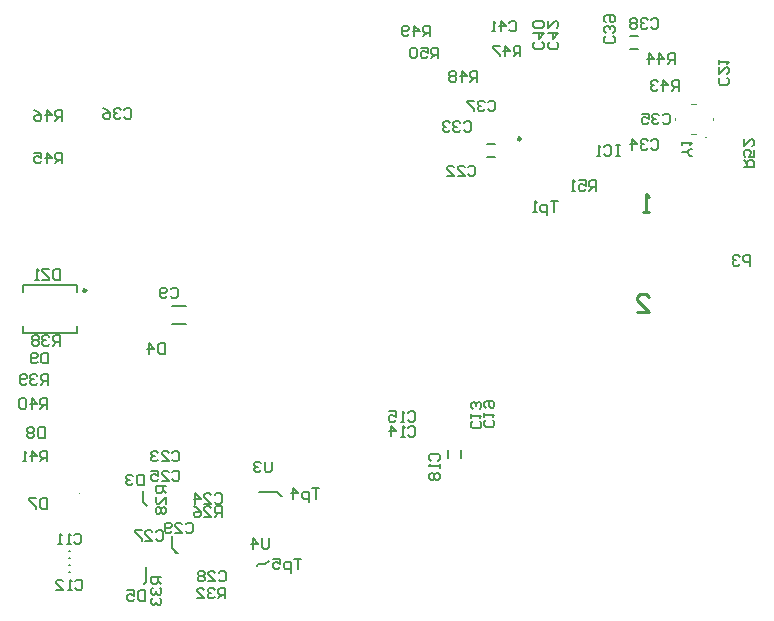
<source format=gbo>
G04*
G04 #@! TF.GenerationSoftware,Altium Limited,Altium Designer,19.0.4 (130)*
G04*
G04 Layer_Color=32896*
%FSLAX25Y25*%
%MOIN*%
G70*
G01*
G75*
%ADD10C,0.00984*%
%ADD12C,0.00394*%
%ADD13C,0.00787*%
%ADD15C,0.01000*%
%ADD16C,0.00700*%
%ADD80C,0.00591*%
%ADD114C,0.00701*%
D10*
X217028Y190551D02*
G03*
X217028Y190551I-492J0D01*
G01*
X72146Y140059D02*
G03*
X72146Y140059I-492J0D01*
G01*
D12*
X278582Y190945D02*
G03*
X278976Y190945I197J0D01*
G01*
D02*
G03*
X278582Y190945I-197J0D01*
G01*
X69497Y119575D02*
G03*
X69497Y119575I-197J0D01*
G01*
Y95953D02*
G03*
X69497Y95953I-197J0D01*
G01*
X69969Y72331D02*
G03*
X69969Y72331I-197J0D01*
G01*
X268346Y196850D02*
Y197638D01*
X273857Y192323D02*
X275432D01*
X273857Y202165D02*
X275432D01*
X280944Y196850D02*
Y197638D01*
D13*
X205709Y184449D02*
X208465D01*
X205709Y188779D02*
X208465D01*
X253297Y224803D02*
X256052D01*
X253297Y220472D02*
X256052D01*
X91535Y42323D02*
X92126Y42913D01*
Y48031D01*
X90945Y69685D02*
X92520Y68110D01*
X90945Y69685D02*
Y73228D01*
X100689Y129035D02*
X105413D01*
X100689Y134744D02*
X105413D01*
X50984Y125984D02*
Y128248D01*
X69095Y125984D02*
Y128248D01*
X50984Y139469D02*
Y141732D01*
X69095Y139469D02*
Y141732D01*
X50984Y125984D02*
X69095D01*
X50984Y141732D02*
X69095D01*
X66535Y50984D02*
X66929D01*
X66535Y53347D02*
X66929D01*
X66535Y46063D02*
X66929D01*
X66535Y48425D02*
X66929D01*
X197244Y84252D02*
Y87008D01*
X192913Y84252D02*
Y87008D01*
D15*
X255844Y132874D02*
X259842D01*
X255844Y136873D01*
Y137872D01*
X256843Y138872D01*
X258843D01*
X259842Y137872D01*
Y166339D02*
X257843D01*
X258843D01*
Y172337D01*
X259842Y171337D01*
D16*
X293465Y148348D02*
Y151847D01*
X291715D01*
X291132Y151264D01*
Y150098D01*
X291715Y149515D01*
X293465D01*
X289966Y151264D02*
X289383Y151847D01*
X288216D01*
X287633Y151264D01*
Y150681D01*
X288216Y150098D01*
X288799D01*
X288216D01*
X287633Y149515D01*
Y148931D01*
X288216Y148348D01*
X289383D01*
X289966Y148931D01*
X133071Y57436D02*
Y54520D01*
X132488Y53937D01*
X131321D01*
X130738Y54520D01*
Y57436D01*
X127823Y53937D02*
Y57436D01*
X129572Y55686D01*
X127239D01*
X133995Y83026D02*
Y80111D01*
X133412Y79528D01*
X132246D01*
X131662Y80111D01*
Y83026D01*
X130496Y82443D02*
X129913Y83026D01*
X128747D01*
X128164Y82443D01*
Y81860D01*
X128747Y81277D01*
X129330D01*
X128747D01*
X128164Y80694D01*
Y80111D01*
X128747Y79528D01*
X129913D01*
X130496Y80111D01*
X59252Y83071D02*
Y86570D01*
X57503D01*
X56919Y85987D01*
Y84820D01*
X57503Y84237D01*
X59252D01*
X58086D02*
X56919Y83071D01*
X54004D02*
Y86570D01*
X55753Y84820D01*
X53421D01*
X52254Y83071D02*
X51088D01*
X51671D01*
Y86570D01*
X52254Y85987D01*
X59252Y100591D02*
Y104089D01*
X57503D01*
X56919Y103506D01*
Y102340D01*
X57503Y101757D01*
X59252D01*
X58086D02*
X56919Y100591D01*
X54004D02*
Y104089D01*
X55753Y102340D01*
X53421D01*
X52254Y103506D02*
X51671Y104089D01*
X50505D01*
X49922Y103506D01*
Y101174D01*
X50505Y100591D01*
X51671D01*
X52254Y101174D01*
Y103506D01*
X59351Y108661D02*
Y112160D01*
X57601D01*
X57018Y111577D01*
Y110411D01*
X57601Y109828D01*
X59351D01*
X58184D02*
X57018Y108661D01*
X55852Y111577D02*
X55268Y112160D01*
X54102D01*
X53519Y111577D01*
Y110994D01*
X54102Y110411D01*
X54685D01*
X54102D01*
X53519Y109828D01*
Y109245D01*
X54102Y108661D01*
X55268D01*
X55852Y109245D01*
X52353D02*
X51770Y108661D01*
X50603D01*
X50020Y109245D01*
Y111577D01*
X50603Y112160D01*
X51770D01*
X52353Y111577D01*
Y110994D01*
X51770Y110411D01*
X50020D01*
X63386Y121700D02*
Y125199D01*
X61636D01*
X61053Y124616D01*
Y123449D01*
X61636Y122866D01*
X63386D01*
X62220D02*
X61053Y121700D01*
X59887Y124616D02*
X59304Y125199D01*
X58138D01*
X57554Y124616D01*
Y124033D01*
X58138Y123449D01*
X58721D01*
X58138D01*
X57554Y122866D01*
Y122283D01*
X58138Y121700D01*
X59304D01*
X59887Y122283D01*
X56388Y124616D02*
X55805Y125199D01*
X54639D01*
X54056Y124616D01*
Y124033D01*
X54639Y123449D01*
X54056Y122866D01*
Y122283D01*
X54639Y121700D01*
X55805D01*
X56388Y122283D01*
Y122866D01*
X55805Y123449D01*
X56388Y124033D01*
Y124616D01*
X55805Y123449D02*
X54639D01*
X143800Y50699D02*
X141467D01*
X142634D01*
Y47200D01*
X140301Y46034D02*
Y49533D01*
X138552D01*
X137969Y48949D01*
Y47783D01*
X138552Y47200D01*
X140301D01*
X134470Y50699D02*
X136802D01*
Y48949D01*
X135636Y49533D01*
X135053D01*
X134470Y48949D01*
Y47783D01*
X135053Y47200D01*
X136219D01*
X136802Y47783D01*
X149900Y74199D02*
X147567D01*
X148734D01*
Y70700D01*
X146401Y69534D02*
Y73033D01*
X144652D01*
X144069Y72449D01*
Y71283D01*
X144652Y70700D01*
X146401D01*
X141153D02*
Y74199D01*
X142902Y72449D01*
X140570D01*
X97244Y44488D02*
X93745D01*
Y42739D01*
X94328Y42156D01*
X95495D01*
X96078Y42739D01*
Y44488D01*
Y43322D02*
X97244Y42156D01*
X94328Y40989D02*
X93745Y40406D01*
Y39240D01*
X94328Y38657D01*
X94911D01*
X95495Y39240D01*
Y39823D01*
Y39240D01*
X96078Y38657D01*
X96661D01*
X97244Y39240D01*
Y40406D01*
X96661Y40989D01*
X94328Y37490D02*
X93745Y36907D01*
Y35741D01*
X94328Y35158D01*
X94911D01*
X95495Y35741D01*
Y36324D01*
Y35741D01*
X96078Y35158D01*
X96661D01*
X97244Y35741D01*
Y36907D01*
X96661Y37490D01*
X118504Y37402D02*
Y40900D01*
X116754D01*
X116171Y40317D01*
Y39151D01*
X116754Y38568D01*
X118504D01*
X117338D02*
X116171Y37402D01*
X115005Y40317D02*
X114422Y40900D01*
X113256D01*
X112672Y40317D01*
Y39734D01*
X113256Y39151D01*
X113839D01*
X113256D01*
X112672Y38568D01*
Y37985D01*
X113256Y37402D01*
X114422D01*
X115005Y37985D01*
X109174Y37402D02*
X111506D01*
X109174Y39734D01*
Y40317D01*
X109757Y40900D01*
X110923D01*
X111506Y40317D01*
X98819Y74803D02*
X95320D01*
Y73054D01*
X95903Y72471D01*
X97070D01*
X97653Y73054D01*
Y74803D01*
Y73637D02*
X98819Y72471D01*
Y68972D02*
Y71304D01*
X96486Y68972D01*
X95903D01*
X95320Y69555D01*
Y70721D01*
X95903Y71304D01*
Y67805D02*
X95320Y67222D01*
Y66056D01*
X95903Y65473D01*
X96486D01*
X97070Y66056D01*
X97653Y65473D01*
X98236D01*
X98819Y66056D01*
Y67222D01*
X98236Y67805D01*
X97653D01*
X97070Y67222D01*
X96486Y67805D01*
X95903D01*
X97070Y67222D02*
Y66056D01*
X117323Y64567D02*
Y68066D01*
X115573D01*
X114990Y67483D01*
Y66316D01*
X115573Y65733D01*
X117323D01*
X116156D02*
X114990Y64567D01*
X111491D02*
X113824D01*
X111491Y66900D01*
Y67483D01*
X112074Y68066D01*
X113241D01*
X113824Y67483D01*
X107992Y68066D02*
X109159Y67483D01*
X110325Y66316D01*
Y65150D01*
X109742Y64567D01*
X108576D01*
X107992Y65150D01*
Y65733D01*
X108576Y66316D01*
X110325D01*
X63386Y147200D02*
Y143701D01*
X61636D01*
X61053Y144284D01*
Y146616D01*
X61636Y147200D01*
X63386D01*
X59887D02*
X57554D01*
Y146616D01*
X59887Y144284D01*
Y143701D01*
X57554D01*
X56388D02*
X55222D01*
X55805D01*
Y147200D01*
X56388Y146616D01*
X59449Y119247D02*
Y115748D01*
X57699D01*
X57116Y116331D01*
Y118664D01*
X57699Y119247D01*
X59449D01*
X55950Y116331D02*
X55367Y115748D01*
X54201D01*
X53617Y116331D01*
Y118664D01*
X54201Y119247D01*
X55367D01*
X55950Y118664D01*
Y118081D01*
X55367Y117498D01*
X53617D01*
X58268Y94444D02*
Y90945D01*
X56518D01*
X55935Y91528D01*
Y93861D01*
X56518Y94444D01*
X58268D01*
X54769Y93861D02*
X54186Y94444D01*
X53019D01*
X52436Y93861D01*
Y93278D01*
X53019Y92694D01*
X52436Y92111D01*
Y91528D01*
X53019Y90945D01*
X54186D01*
X54769Y91528D01*
Y92111D01*
X54186Y92694D01*
X54769Y93278D01*
Y93861D01*
X54186Y92694D02*
X53019D01*
X59055Y70822D02*
Y67323D01*
X57306D01*
X56722Y67906D01*
Y70239D01*
X57306Y70822D01*
X59055D01*
X55556D02*
X53224D01*
Y70239D01*
X55556Y67906D01*
Y67323D01*
X91732Y40113D02*
Y36614D01*
X89983D01*
X89400Y37197D01*
Y39530D01*
X89983Y40113D01*
X91732D01*
X85901D02*
X88233D01*
Y38364D01*
X87067Y38947D01*
X86484D01*
X85901Y38364D01*
Y37197D01*
X86484Y36614D01*
X87650D01*
X88233Y37197D01*
X98400Y122399D02*
Y118900D01*
X96651D01*
X96067Y119483D01*
Y121816D01*
X96651Y122399D01*
X98400D01*
X93152Y118900D02*
Y122399D01*
X94901Y120649D01*
X92569D01*
X91339Y78696D02*
Y75197D01*
X89589D01*
X89006Y75780D01*
Y78113D01*
X89589Y78696D01*
X91339D01*
X87840Y78113D02*
X87257Y78696D01*
X86090D01*
X85507Y78113D01*
Y77529D01*
X86090Y76946D01*
X86673D01*
X86090D01*
X85507Y76363D01*
Y75780D01*
X86090Y75197D01*
X87257D01*
X87840Y75780D01*
X105267Y62116D02*
X105851Y62699D01*
X107017D01*
X107600Y62116D01*
Y59783D01*
X107017Y59200D01*
X105851D01*
X105267Y59783D01*
X101769Y59200D02*
X104101D01*
X101769Y61533D01*
Y62116D01*
X102352Y62699D01*
X103518D01*
X104101Y62116D01*
X100602Y59783D02*
X100019Y59200D01*
X98853D01*
X98270Y59783D01*
Y62116D01*
X98853Y62699D01*
X100019D01*
X100602Y62116D01*
Y61533D01*
X100019Y60949D01*
X98270D01*
X116267Y46026D02*
X116851Y46609D01*
X118017D01*
X118600Y46026D01*
Y43693D01*
X118017Y43110D01*
X116851D01*
X116267Y43693D01*
X112769Y43110D02*
X115101D01*
X112769Y45443D01*
Y46026D01*
X113352Y46609D01*
X114518D01*
X115101Y46026D01*
X111602D02*
X111019Y46609D01*
X109853D01*
X109270Y46026D01*
Y45443D01*
X109853Y44860D01*
X109270Y44276D01*
Y43693D01*
X109853Y43110D01*
X111019D01*
X111602Y43693D01*
Y44276D01*
X111019Y44860D01*
X111602Y45443D01*
Y46026D01*
X111019Y44860D02*
X109853D01*
X95367Y59616D02*
X95951Y60199D01*
X97117D01*
X97700Y59616D01*
Y57283D01*
X97117Y56700D01*
X95951D01*
X95367Y57283D01*
X91869Y56700D02*
X94201D01*
X91869Y59033D01*
Y59616D01*
X92452Y60199D01*
X93618D01*
X94201Y59616D01*
X90702Y60199D02*
X88370D01*
Y59616D01*
X90702Y57283D01*
Y56700D01*
X100867Y79416D02*
X101451Y79999D01*
X102617D01*
X103200Y79416D01*
Y77083D01*
X102617Y76500D01*
X101451D01*
X100867Y77083D01*
X97369Y76500D02*
X99701D01*
X97369Y78833D01*
Y79416D01*
X97952Y79999D01*
X99118D01*
X99701Y79416D01*
X93870Y79999D02*
X96202D01*
Y78249D01*
X95036Y78833D01*
X94453D01*
X93870Y78249D01*
Y77083D01*
X94453Y76500D01*
X95619D01*
X96202Y77083D01*
X114990Y71813D02*
X115573Y72396D01*
X116740D01*
X117323Y71813D01*
Y69481D01*
X116740Y68898D01*
X115573D01*
X114990Y69481D01*
X111491Y68898D02*
X113824D01*
X111491Y71230D01*
Y71813D01*
X112074Y72396D01*
X113241D01*
X113824Y71813D01*
X108576Y68898D02*
Y72396D01*
X110325Y70647D01*
X107992D01*
X100767Y85987D02*
X101351Y86570D01*
X102517D01*
X103100Y85987D01*
Y83654D01*
X102517Y83071D01*
X101351D01*
X100767Y83654D01*
X97269Y83071D02*
X99601D01*
X97269Y85403D01*
Y85987D01*
X97852Y86570D01*
X99018D01*
X99601Y85987D01*
X96102D02*
X95519Y86570D01*
X94353D01*
X93770Y85987D01*
Y85403D01*
X94353Y84820D01*
X94936D01*
X94353D01*
X93770Y84237D01*
Y83654D01*
X94353Y83071D01*
X95519D01*
X96102Y83654D01*
X207640Y96821D02*
X208223Y96238D01*
Y95071D01*
X207640Y94488D01*
X205308D01*
X204724Y95071D01*
Y96238D01*
X205308Y96821D01*
X204724Y97987D02*
Y99153D01*
Y98570D01*
X208223D01*
X207640Y97987D01*
X205308Y100903D02*
X204724Y101486D01*
Y102652D01*
X205308Y103235D01*
X207640D01*
X208223Y102652D01*
Y101486D01*
X207640Y100903D01*
X207057D01*
X206474Y101486D01*
Y103235D01*
X187045Y83297D02*
X186462Y83881D01*
Y85047D01*
X187045Y85630D01*
X189377D01*
X189961Y85047D01*
Y83881D01*
X189377Y83297D01*
X189961Y82131D02*
Y80965D01*
Y81548D01*
X186462D01*
X187045Y82131D01*
Y79215D02*
X186462Y78632D01*
Y77466D01*
X187045Y76883D01*
X187628D01*
X188211Y77466D01*
X188794Y76883D01*
X189377D01*
X189961Y77466D01*
Y78632D01*
X189377Y79215D01*
X188794D01*
X188211Y78632D01*
X187628Y79215D01*
X187045D01*
X188211Y78632D02*
Y77466D01*
X179367Y99176D02*
X179951Y99759D01*
X181117D01*
X181700Y99176D01*
Y96843D01*
X181117Y96260D01*
X179951D01*
X179367Y96843D01*
X178201Y96260D02*
X177035D01*
X177618D01*
Y99759D01*
X178201Y99176D01*
X172953Y99759D02*
X175285D01*
Y98009D01*
X174119Y98592D01*
X173536D01*
X172953Y98009D01*
Y96843D01*
X173536Y96260D01*
X174702D01*
X175285Y96843D01*
X179499Y94240D02*
X180088Y94817D01*
X181254Y94805D01*
X181831Y94216D01*
X181806Y91883D01*
X181217Y91306D01*
X180051Y91319D01*
X179474Y91908D01*
X178301Y91337D02*
X177135Y91350D01*
X177718Y91343D01*
X177755Y94842D01*
X178332Y94253D01*
X173636Y91387D02*
X173674Y94885D01*
X175404Y93117D01*
X173072Y93142D01*
X203321Y96427D02*
X203904Y95844D01*
Y94678D01*
X203321Y94095D01*
X200989D01*
X200405Y94678D01*
Y95844D01*
X200989Y96427D01*
X200405Y97593D02*
Y98760D01*
Y98176D01*
X203904D01*
X203321Y97593D01*
Y100509D02*
X203904Y101092D01*
Y102259D01*
X203321Y102842D01*
X202738D01*
X202155Y102259D01*
Y101675D01*
Y102259D01*
X201572Y102842D01*
X200989D01*
X200405Y102259D01*
Y101092D01*
X200989Y100509D01*
X68534Y43073D02*
X69117Y43656D01*
X70283D01*
X70866Y43073D01*
Y40741D01*
X70283Y40157D01*
X69117D01*
X68534Y40741D01*
X67367Y40157D02*
X66201D01*
X66784D01*
Y43656D01*
X67367Y43073D01*
X62119Y40157D02*
X64451D01*
X62119Y42490D01*
Y43073D01*
X62702Y43656D01*
X63868D01*
X64451Y43073D01*
X68140Y58428D02*
X68723Y59011D01*
X69889D01*
X70472Y58428D01*
Y56095D01*
X69889Y55512D01*
X68723D01*
X68140Y56095D01*
X66974Y55512D02*
X65807D01*
X66390D01*
Y59011D01*
X66974Y58428D01*
X64058Y55512D02*
X62892D01*
X63475D01*
Y59011D01*
X64058Y58428D01*
X100325Y140416D02*
X100908Y140999D01*
X102074D01*
X102657Y140416D01*
Y138083D01*
X102074Y137500D01*
X100908D01*
X100325Y138083D01*
X99159D02*
X98576Y137500D01*
X97409D01*
X96826Y138083D01*
Y140416D01*
X97409Y140999D01*
X98576D01*
X99159Y140416D01*
Y139833D01*
X98576Y139249D01*
X96826D01*
D80*
X100689Y54111D02*
X102200Y52600D01*
X102600D01*
X102000D02*
X102600D01*
X100689Y54111D02*
Y58100D01*
Y54111D02*
X102000Y52800D01*
Y52600D02*
Y52800D01*
X132978Y49813D02*
X133071D01*
X131928Y48763D02*
X132978Y49813D01*
X129134Y48313D02*
X129584Y48763D01*
X131928D01*
X137008Y71653D02*
X137402D01*
X135827Y72835D02*
X137008Y71653D01*
X129921Y72835D02*
X135827D01*
D114*
X291339Y181102D02*
X294837D01*
Y182852D01*
X294254Y183435D01*
X293088D01*
X292505Y182852D01*
Y181102D01*
Y182269D02*
X291339Y183435D01*
X294837Y186934D02*
Y184601D01*
X293088D01*
X293671Y185767D01*
Y186351D01*
X293088Y186934D01*
X291922D01*
X291339Y186351D01*
Y185184D01*
X291922Y184601D01*
X291339Y190433D02*
Y188100D01*
X293671Y190433D01*
X294254D01*
X294837Y189849D01*
Y188683D01*
X294254Y188100D01*
X274168Y185039D02*
X273585D01*
X272419Y186206D01*
X273585Y187372D01*
X274168D01*
X272419Y186206D02*
X270669D01*
Y188538D02*
Y189705D01*
Y189121D01*
X274168D01*
X273585Y188538D01*
X229331Y169837D02*
X226998D01*
X228164D01*
Y166339D01*
X225832Y165172D02*
Y168671D01*
X224082D01*
X223499Y168088D01*
Y166922D01*
X224082Y166339D01*
X225832D01*
X222333D02*
X221167D01*
X221750D01*
Y169837D01*
X222333Y169254D01*
X242126Y173228D02*
Y176727D01*
X240376D01*
X239793Y176144D01*
Y174978D01*
X240376Y174395D01*
X242126D01*
X240960D02*
X239793Y173228D01*
X236295Y176727D02*
X238627D01*
Y174978D01*
X237461Y175561D01*
X236878D01*
X236295Y174978D01*
Y173811D01*
X236878Y173228D01*
X238044D01*
X238627Y173811D01*
X235128Y173228D02*
X233962D01*
X234545D01*
Y176727D01*
X235128Y176144D01*
X189469Y217520D02*
Y221019D01*
X187719D01*
X187136Y220435D01*
Y219269D01*
X187719Y218686D01*
X189469D01*
X188302D02*
X187136Y217520D01*
X183637Y221019D02*
X185970D01*
Y219269D01*
X184803Y219852D01*
X184220D01*
X183637Y219269D01*
Y218103D01*
X184220Y217520D01*
X185387D01*
X185970Y218103D01*
X182471Y220435D02*
X181888Y221019D01*
X180721D01*
X180138Y220435D01*
Y218103D01*
X180721Y217520D01*
X181888D01*
X182471Y218103D01*
Y220435D01*
X186811Y224803D02*
Y228302D01*
X185062D01*
X184478Y227719D01*
Y226553D01*
X185062Y225969D01*
X186811D01*
X185645D02*
X184478Y224803D01*
X181563D02*
Y228302D01*
X183312Y226553D01*
X180980D01*
X179813Y225386D02*
X179230Y224803D01*
X178064D01*
X177481Y225386D01*
Y227719D01*
X178064Y228302D01*
X179230D01*
X179813Y227719D01*
Y227136D01*
X179230Y226553D01*
X177481D01*
X202569Y209646D02*
Y213144D01*
X200819D01*
X200236Y212561D01*
Y211395D01*
X200819Y210812D01*
X202569D01*
X201403D02*
X200236Y209646D01*
X197321D02*
Y213144D01*
X199070Y211395D01*
X196738D01*
X195571Y212561D02*
X194988Y213144D01*
X193822D01*
X193239Y212561D01*
Y211978D01*
X193822Y211395D01*
X193239Y210812D01*
Y210229D01*
X193822Y209646D01*
X194988D01*
X195571Y210229D01*
Y210812D01*
X194988Y211395D01*
X195571Y211978D01*
Y212561D01*
X194988Y211395D02*
X193822D01*
X216929Y218110D02*
Y221609D01*
X215180D01*
X214597Y221026D01*
Y219860D01*
X215180Y219276D01*
X216929D01*
X215763D02*
X214597Y218110D01*
X211681D02*
Y221609D01*
X213430Y219860D01*
X211098D01*
X209931Y221609D02*
X207599D01*
Y221026D01*
X209931Y218693D01*
Y218110D01*
X64200Y196700D02*
Y200199D01*
X62451D01*
X61867Y199616D01*
Y198449D01*
X62451Y197866D01*
X64200D01*
X63034D02*
X61867Y196700D01*
X58952D02*
Y200199D01*
X60701Y198449D01*
X58369D01*
X54870Y200199D02*
X56036Y199616D01*
X57202Y198449D01*
Y197283D01*
X56619Y196700D01*
X55453D01*
X54870Y197283D01*
Y197866D01*
X55453Y198449D01*
X57202D01*
X64200Y182500D02*
Y185999D01*
X62451D01*
X61867Y185416D01*
Y184249D01*
X62451Y183666D01*
X64200D01*
X63034D02*
X61867Y182500D01*
X58952D02*
Y185999D01*
X60701Y184249D01*
X58369D01*
X54870Y185999D02*
X57202D01*
Y184249D01*
X56036Y184833D01*
X55453D01*
X54870Y184249D01*
Y183083D01*
X55453Y182500D01*
X56619D01*
X57202Y183083D01*
X268346Y215551D02*
Y219050D01*
X266596D01*
X266013Y218467D01*
Y217301D01*
X266596Y216718D01*
X268346D01*
X267179D02*
X266013Y215551D01*
X263097D02*
Y219050D01*
X264847Y217301D01*
X262514D01*
X259598Y215551D02*
Y219050D01*
X261348Y217301D01*
X259015D01*
X269685Y206693D02*
Y210192D01*
X267936D01*
X267353Y209609D01*
Y208442D01*
X267936Y207859D01*
X269685D01*
X268519D02*
X267353Y206693D01*
X264437D02*
Y210192D01*
X266186Y208442D01*
X263854D01*
X262687Y209609D02*
X262104Y210192D01*
X260938D01*
X260355Y209609D01*
Y209026D01*
X260938Y208442D01*
X261521D01*
X260938D01*
X260355Y207859D01*
Y207276D01*
X260938Y206693D01*
X262104D01*
X262687Y207276D01*
X250000Y188538D02*
X248834D01*
X249417D01*
Y185039D01*
X250000D01*
X248834D01*
X244752Y187955D02*
X245335Y188538D01*
X246501D01*
X247084Y187955D01*
Y185623D01*
X246501Y185039D01*
X245335D01*
X244752Y185623D01*
X243585Y185039D02*
X242419D01*
X243002D01*
Y188538D01*
X243585Y187955D01*
X229009Y222805D02*
X229593Y222222D01*
Y221056D01*
X229009Y220472D01*
X226677D01*
X226094Y221056D01*
Y222222D01*
X226677Y222805D01*
X226094Y225721D02*
X229593D01*
X227843Y223971D01*
Y226304D01*
X226094Y229803D02*
Y227470D01*
X228426Y229803D01*
X229009D01*
X229593Y229220D01*
Y228053D01*
X229009Y227470D01*
X213219Y229294D02*
X213802Y229877D01*
X214968D01*
X215551Y229294D01*
Y226961D01*
X214968Y226378D01*
X213802D01*
X213219Y226961D01*
X210303Y226378D02*
Y229877D01*
X212052Y228127D01*
X209720D01*
X208553Y226378D02*
X207387D01*
X207970D01*
Y229877D01*
X208553Y229294D01*
X224176Y222805D02*
X224759Y222222D01*
Y221056D01*
X224176Y220472D01*
X221843D01*
X221260Y221056D01*
Y222222D01*
X221843Y222805D01*
X221260Y225721D02*
X224759D01*
X223010Y223971D01*
Y226304D01*
X224176Y227470D02*
X224759Y228053D01*
Y229220D01*
X224176Y229803D01*
X221843D01*
X221260Y229220D01*
Y228053D01*
X221843Y227470D01*
X224176D01*
X247797Y224774D02*
X248380Y224190D01*
Y223024D01*
X247797Y222441D01*
X245464D01*
X244881Y223024D01*
Y224190D01*
X245464Y224774D01*
X247797Y225940D02*
X248380Y226523D01*
Y227689D01*
X247797Y228272D01*
X247214D01*
X246631Y227689D01*
Y227106D01*
Y227689D01*
X246048Y228272D01*
X245464D01*
X244881Y227689D01*
Y226523D01*
X245464Y225940D01*
Y229439D02*
X244881Y230022D01*
Y231188D01*
X245464Y231771D01*
X247797D01*
X248380Y231188D01*
Y230022D01*
X247797Y229439D01*
X247214D01*
X246631Y230022D01*
Y231771D01*
X260463Y230278D02*
X261046Y230861D01*
X262212D01*
X262795Y230278D01*
Y227945D01*
X262212Y227362D01*
X261046D01*
X260463Y227945D01*
X259296Y230278D02*
X258713Y230861D01*
X257547D01*
X256964Y230278D01*
Y229695D01*
X257547Y229112D01*
X258130D01*
X257547D01*
X256964Y228528D01*
Y227945D01*
X257547Y227362D01*
X258713D01*
X259296Y227945D01*
X255798Y230278D02*
X255214Y230861D01*
X254048D01*
X253465Y230278D01*
Y229695D01*
X254048Y229112D01*
X253465Y228528D01*
Y227945D01*
X254048Y227362D01*
X255214D01*
X255798Y227945D01*
Y228528D01*
X255214Y229112D01*
X255798Y229695D01*
Y230278D01*
X255214Y229112D02*
X254048D01*
X206132Y202719D02*
X206715Y203302D01*
X207881D01*
X208465Y202719D01*
Y200386D01*
X207881Y199803D01*
X206715D01*
X206132Y200386D01*
X204966Y202719D02*
X204382Y203302D01*
X203216D01*
X202633Y202719D01*
Y202136D01*
X203216Y201553D01*
X203799D01*
X203216D01*
X202633Y200969D01*
Y200386D01*
X203216Y199803D01*
X204382D01*
X204966Y200386D01*
X201467Y203302D02*
X199134D01*
Y202719D01*
X201467Y200386D01*
Y199803D01*
X84867Y200216D02*
X85451Y200799D01*
X86617D01*
X87200Y200216D01*
Y197883D01*
X86617Y197300D01*
X85451D01*
X84867Y197883D01*
X83701Y200216D02*
X83118Y200799D01*
X81952D01*
X81369Y200216D01*
Y199633D01*
X81952Y199049D01*
X82535D01*
X81952D01*
X81369Y198466D01*
Y197883D01*
X81952Y197300D01*
X83118D01*
X83701Y197883D01*
X77870Y200799D02*
X79036Y200216D01*
X80202Y199049D01*
Y197883D01*
X79619Y197300D01*
X78453D01*
X77870Y197883D01*
Y198466D01*
X78453Y199049D01*
X80202D01*
X264321Y198388D02*
X264904Y198971D01*
X266070D01*
X266653Y198388D01*
Y196056D01*
X266070Y195472D01*
X264904D01*
X264321Y196056D01*
X263155Y198388D02*
X262572Y198971D01*
X261405D01*
X260822Y198388D01*
Y197805D01*
X261405Y197222D01*
X261988D01*
X261405D01*
X260822Y196639D01*
Y196056D01*
X261405Y195472D01*
X262572D01*
X263155Y196056D01*
X257323Y198971D02*
X259656D01*
Y197222D01*
X258489Y197805D01*
X257906D01*
X257323Y197222D01*
Y196056D01*
X257906Y195472D01*
X259073D01*
X259656Y196056D01*
X260463Y189924D02*
X261046Y190507D01*
X262212D01*
X262795Y189924D01*
Y187591D01*
X262212Y187008D01*
X261046D01*
X260463Y187591D01*
X259296Y189924D02*
X258713Y190507D01*
X257547D01*
X256964Y189924D01*
Y189340D01*
X257547Y188757D01*
X258130D01*
X257547D01*
X256964Y188174D01*
Y187591D01*
X257547Y187008D01*
X258713D01*
X259296Y187591D01*
X254048Y187008D02*
Y190507D01*
X255798Y188757D01*
X253465D01*
X198073Y195829D02*
X198656Y196412D01*
X199822D01*
X200405Y195829D01*
Y193497D01*
X199822Y192913D01*
X198656D01*
X198073Y193497D01*
X196906Y195829D02*
X196323Y196412D01*
X195157D01*
X194574Y195829D01*
Y195246D01*
X195157Y194663D01*
X195740D01*
X195157D01*
X194574Y194080D01*
Y193497D01*
X195157Y192913D01*
X196323D01*
X196906Y193497D01*
X193408Y195829D02*
X192824Y196412D01*
X191658D01*
X191075Y195829D01*
Y195246D01*
X191658Y194663D01*
X192241D01*
X191658D01*
X191075Y194080D01*
Y193497D01*
X191658Y192913D01*
X192824D01*
X193408Y193497D01*
X199439Y181065D02*
X200022Y181649D01*
X201188D01*
X201772Y181065D01*
Y178733D01*
X201188Y178150D01*
X200022D01*
X199439Y178733D01*
X195940Y178150D02*
X198273D01*
X195940Y180482D01*
Y181065D01*
X196523Y181649D01*
X197690D01*
X198273Y181065D01*
X192441Y178150D02*
X194774D01*
X192441Y180482D01*
Y181065D01*
X193025Y181649D01*
X194191D01*
X194774Y181065D01*
X285896Y210994D02*
X286479Y210411D01*
Y209245D01*
X285896Y208661D01*
X283564D01*
X282981Y209245D01*
Y210411D01*
X283564Y210994D01*
X282981Y214493D02*
Y212160D01*
X285313Y214493D01*
X285896D01*
X286479Y213910D01*
Y212743D01*
X285896Y212160D01*
X282981Y215659D02*
Y216826D01*
Y216242D01*
X286479D01*
X285896Y215659D01*
M02*

</source>
